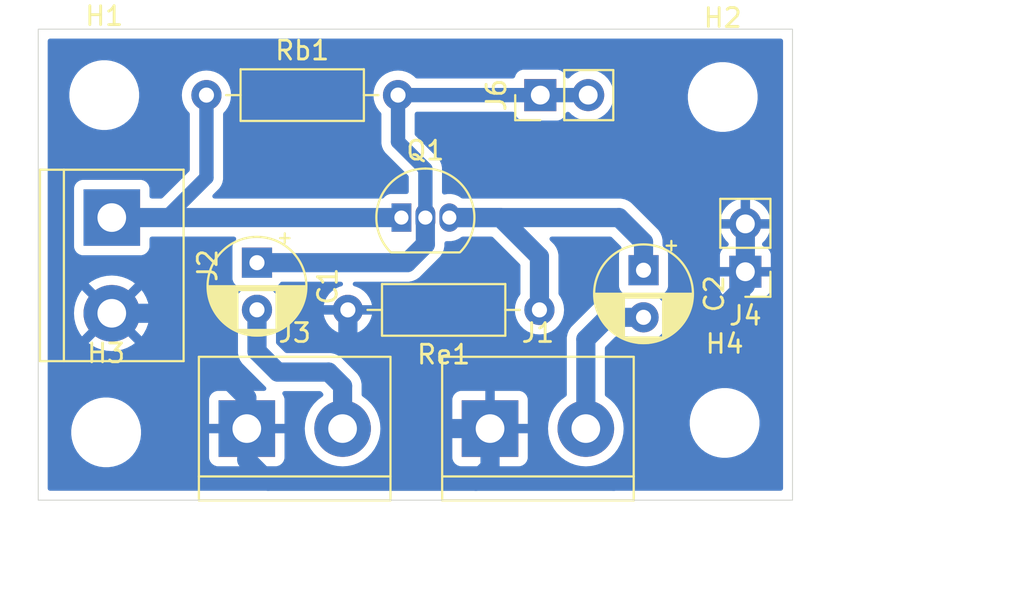
<source format=kicad_pcb>
(kicad_pcb (version 20240108) (generator "pcbnew") (generator_version "8.0")
  (layers (0 "F.Cu" signal) (31 "B.Cu" signal) (34 "B.Paste" user) (35 "F.Paste" user) (36 "B.SilkS" user "B.Silkscreen") (37 "F.SilkS" user "F.Silkscreen") (38 "B.Mask" user) (39 "F.Mask" user) (44 "Edge.Cuts" user))
  (net 0 "")
  (net 1 "Vbase")
  (net 2 "Vs")
  (net 3 "RL")
  (net 4 "Net-(Q1-E)")
  (net 5 "GND")
  (net 6 "VCC")
  (footprint "MountingHole:MountingHole_3.2mm_M3" (layer "F.Cu") (at 23.5 23.5)
    (property "Reference" "H1" (at 0 -4.2 0) (layer "F.SilkS"))
    (property "Value" "MountingHole")
    (pad "" np_thru_hole circle (at 0 0) (size 3.2 3.2) (drill 3.2) (layers "*.Cu" "*.Mask"))
  )
  (footprint "TerminalBlock:TerminalBlock_bornier-2_P5.08mm" (layer "F.Cu") (at 31.06 41.2)
    (property "Reference" "J3" (at 2.54 -5.08 360) (layer "F.SilkS"))
    (property "Value" "Input")
    (fp_line (start -2.54 -3.81) (end -2.54 3.81) (stroke (width 0.12)) (layer "F.SilkS"))
    (fp_line (start -2.54 3.81) (end 7.62 3.81) (stroke (width 0.12)) (layer "F.SilkS"))
    (fp_line (start 7.62 -3.81) (end -2.54 -3.81) (stroke (width 0.12)) (layer "F.SilkS"))
    (fp_line (start 7.62 2.54) (end -2.54 2.54) (stroke (width 0.12)) (layer "F.SilkS"))
    (fp_line (start 7.62 3.81) (end 7.62 -3.81) (stroke (width 0.12)) (layer "F.SilkS"))
    (pad "1" thru_hole rect (at 0 0) (size 3 3) (drill 1.52) (layers "*.Cu" "*.Mask") (net 5 "GND"))
    (pad "2" thru_hole circle (at 5.08 0) (size 3 3) (drill 1.52) (layers "*.Cu" "*.Mask") (net 2 "Vs"))
  )
  (footprint "TerminalBlock:TerminalBlock_bornier-2_P5.08mm" (layer "F.Cu") (at 23.9 30 -90)
    (property "Reference" "J2" (at 2.54 -5.08 90) (layer "F.SilkS"))
    (property "Value" "Input")
    (fp_line (start -2.54 3.81) (end 7.62 3.81) (stroke (width 0.12)) (layer "F.SilkS"))
    (fp_line (start 7.62 3.81) (end 7.62 -3.81) (stroke (width 0.12)) (layer "F.SilkS"))
    (fp_line (start 7.62 2.54) (end -2.54 2.54) (stroke (width 0.12)) (layer "F.SilkS"))
    (fp_line (start -2.54 -3.81) (end -2.54 3.81) (stroke (width 0.12)) (layer "F.SilkS"))
    (fp_line (start 7.62 -3.81) (end -2.54 -3.81) (stroke (width 0.12)) (layer "F.SilkS"))
    (pad "1" thru_hole rect (at 0 0 270) (size 3 3) (drill 1.52) (layers "*.Cu" "*.Mask") (net 6 "VCC"))
    (pad "2" thru_hole circle (at 5.08 0 270) (size 3 3) (drill 1.52) (layers "*.Cu" "*.Mask") (net 5 "GND"))
  )
  (footprint "TerminalBlock:TerminalBlock_bornier-2_P5.08mm" (layer "F.Cu") (at 43.96 41.2)
    (property "Reference" "J1" (at 2.54 -5.08 360) (layer "F.SilkS"))
    (property "Value" "Output - RL")
    (fp_line (start -2.54 -3.81) (end -2.54 3.81) (stroke (width 0.12)) (layer "F.SilkS"))
    (fp_line (start -2.54 3.81) (end 7.62 3.81) (stroke (width 0.12)) (layer "F.SilkS"))
    (fp_line (start 7.62 -3.81) (end -2.54 -3.81) (stroke (width 0.12)) (layer "F.SilkS"))
    (fp_line (start 7.62 2.54) (end -2.54 2.54) (stroke (width 0.12)) (layer "F.SilkS"))
    (fp_line (start 7.62 3.81) (end 7.62 -3.81) (stroke (width 0.12)) (layer "F.SilkS"))
    (pad "1" thru_hole rect (at 0 0) (size 3 3) (drill 1.52) (layers "*.Cu" "*.Mask") (net 5 "GND"))
    (pad "2" thru_hole circle (at 5.08 0) (size 3 3) (drill 1.52) (layers "*.Cu" "*.Mask") (net 3 "RL"))
  )
  (footprint "Capacitor_THT:CP_Radial_D5.0mm_P2.50mm" (layer "F.Cu") (at 52.1 32.794888 -90)
    (property "Reference" "C2" (at 1.25 -3.75 90) (layer "F.SilkS"))
    (property "Value" "1uF")
    (fp_line (start 1.49 1.04) (end 1.49 2.569) (stroke (width 0.12)) (layer "F.SilkS"))
    (fp_line (start 1.53 1.04) (end 1.53 2.565) (stroke (width 0.12)) (layer "F.SilkS"))
    (fp_line (start 1.57 1.04) (end 1.57 2.561) (stroke (width 0.12)) (layer "F.SilkS"))
    (fp_line (start 1.61 1.04) (end 1.61 2.556) (stroke (width 0.12)) (layer "F.SilkS"))
    (fp_line (start 1.65 1.04) (end 1.65 2.55) (stroke (width 0.12)) (layer "F.SilkS"))
    (fp_line (start 1.69 1.04) (end 1.69 2.543) (stroke (width 0.12)) (layer "F.SilkS"))
    (fp_line (start 1.73 1.04) (end 1.73 2.536) (stroke (width 0.12)) (layer "F.SilkS"))
    (fp_line (start 1.77 1.04) (end 1.77 2.528) (stroke (width 0.12)) (layer "F.SilkS"))
    (fp_line (start 1.81 1.04) (end 1.81 2.52) (stroke (width 0.12)) (layer "F.SilkS"))
    (fp_line (start 1.85 1.04) (end 1.85 2.511) (stroke (width 0.12)) (layer "F.SilkS"))
    (fp_line (start 1.89 1.04) (end 1.89 2.501) (stroke (width 0.12)) (layer "F.SilkS"))
    (fp_line (start 1.93 1.04) (end 1.93 2.491) (stroke (width 0.12)) (layer "F.SilkS"))
    (fp_line (start 1.971 1.04) (end 1.971 2.48) (stroke (width 0.12)) (layer "F.SilkS"))
    (fp_line (start 2.011 1.04) (end 2.011 2.468) (stroke (width 0.12)) (layer "F.SilkS"))
    (fp_line (start 2.051 1.04) (end 2.051 2.455) (stroke (width 0.12)) (layer "F.SilkS"))
    (fp_line (start 2.091 1.04) (end 2.091 2.442) (stroke (width 0.12)) (layer "F.SilkS"))
    (fp_line (start 2.131 1.04) (end 2.131 2.428) (stroke (width 0.12)) (layer "F.SilkS"))
    (fp_line (start 2.171 1.04) (end 2.171 2.414) (stroke (width 0.12)) (layer "F.SilkS"))
    (fp_line (start 2.211 1.04) (end 2.211 2.398) (stroke (width 0.12)) (layer "F.SilkS"))
    (fp_line (start 2.251 1.04) (end 2.251 2.382) (stroke (width 0.12)) (layer "F.SilkS"))
    (fp_line (start 2.291 1.04) (end 2.291 2.365) (stroke (width 0.12)) (layer "F.SilkS"))
    (fp_line (start 2.331 1.04) (end 2.331 2.348) (stroke (width 0.12)) (layer "F.SilkS"))
    (fp_line (start 2.371 1.04) (end 2.371 2.329) (stroke (width 0.12)) (layer "F.SilkS"))
    (fp_line (start 2.411 1.04) (end 2.411 2.31) (stroke (width 0.12)) (layer "F.SilkS"))
    (fp_line (start 2.451 1.04) (end 2.451 2.29) (stroke (width 0.12)) (layer "F.SilkS"))
    (fp_line (start 2.491 1.04) (end 2.491 2.268) (stroke (width 0.12)) (layer "F.SilkS"))
    (fp_line (start 2.531 1.04) (end 2.531 2.247) (stroke (width 0.12)) (layer "F.SilkS"))
    (fp_line (start 2.571 1.04) (end 2.571 2.224) (stroke (width 0.12)) (layer "F.SilkS"))
    (fp_line (start 2.611 1.04) (end 2.611 2.2) (stroke (width 0.12)) (layer "F.SilkS"))
    (fp_line (start 2.651 1.04) (end 2.651 2.175) (stroke (width 0.12)) (layer "F.SilkS"))
    (fp_line (start 2.691 1.04) (end 2.691 2.149) (stroke (width 0.12)) (layer "F.SilkS"))
    (fp_line (start 2.731 1.04) (end 2.731 2.122) (stroke (width 0.12)) (layer "F.SilkS"))
    (fp_line (start 2.771 1.04) (end 2.771 2.095) (stroke (width 0.12)) (layer "F.SilkS"))
    (fp_line (start 2.811 1.04) (end 2.811 2.065) (stroke (width 0.12)) (layer "F.SilkS"))
    (fp_line (start 2.851 1.04) (end 2.851 2.035) (stroke (width 0.12)) (layer "F.SilkS"))
    (fp_line (start 2.891 1.04) (end 2.891 2.004) (stroke (width 0.12)) (layer "F.SilkS"))
    (fp_line (start 2.931 1.04) (end 2.931 1.971) (stroke (width 0.12)) (layer "F.SilkS"))
    (fp_line (start 2.971 1.04) (end 2.971 1.937) (stroke (width 0.12)) (layer "F.SilkS"))
    (fp_line (start 3.011 1.04) (end 3.011 1.901) (stroke (width 0.12)) (layer "F.SilkS"))
    (fp_line (start 3.051 1.04) (end 3.051 1.864) (stroke (width 0.12)) (layer "F.SilkS"))
    (fp_line (start 3.091 1.04) (end 3.091 1.826) (stroke (width 0.12)) (layer "F.SilkS"))
    (fp_line (start 3.131 1.04) (end 3.131 1.785) (stroke (width 0.12)) (layer "F.SilkS"))
    (fp_line (start 3.171 1.04) (end 3.171 1.743) (stroke (width 0.12)) (layer "F.SilkS"))
    (fp_line (start 3.211 1.04) (end 3.211 1.699) (stroke (width 0.12)) (layer "F.SilkS"))
    (fp_line (start 3.251 1.04) (end 3.251 1.653) (stroke (width 0.12)) (layer "F.SilkS"))
    (fp_line (start 3.291 1.04) (end 3.291 1.605) (stroke (width 0.12)) (layer "F.SilkS"))
    (fp_line (start 3.331 1.04) (end 3.331 1.554) (stroke (width 0.12)) (layer "F.SilkS"))
    (fp_line (start 3.371 1.04) (end 3.371 1.5) (stroke (width 0.12)) (layer "F.SilkS"))
    (fp_line (start 3.411 1.04) (end 3.411 1.443) (stroke (width 0.12)) (layer "F.SilkS"))
    (fp_line (start 3.451 1.04) (end 3.451 1.383) (stroke (width 0.12)) (layer "F.SilkS"))
    (fp_line (start 3.491 1.04) (end 3.491 1.319) (stroke (width 0.12)) (layer "F.SilkS"))
    (fp_line (start 3.531 1.04) (end 3.531 1.251) (stroke (width 0.12)) (layer "F.SilkS"))
    (fp_line (start 3.851 -0.284) (end 3.851 0.284) (stroke (width 0.12)) (layer "F.SilkS"))
    (fp_line (start 3.811 -0.518) (end 3.811 0.518) (stroke (width 0.12)) (layer "F.SilkS"))
    (fp_line (start 3.771 -0.677) (end 3.771 0.677) (stroke (width 0.12)) (layer "F.SilkS"))
    (fp_line (start 3.731 -0.805) (end 3.731 0.805) (stroke (width 0.12)) (layer "F.SilkS"))
    (fp_line (start 3.691 -0.915) (end 3.691 0.915) (stroke (width 0.12)) (layer "F.SilkS"))
    (fp_line (start 3.651 -1.011) (end 3.651 1.011) (stroke (width 0.12)) (layer "F.SilkS"))
    (fp_line (start 3.611 -1.098) (end 3.611 1.098) (stroke (width 0.12)) (layer "F.SilkS"))
    (fp_line (start 3.571 -1.178) (end 3.571 1.178) (stroke (width 0.12)) (layer "F.SilkS"))
    (fp_line (start 3.531 -1.251) (end 3.531 -1.04) (stroke (width 0.12)) (layer "F.SilkS"))
    (fp_line (start 3.491 -1.319) (end 3.491 -1.04) (stroke (width 0.12)) (layer "F.SilkS"))
    (fp_line (start 3.451 -1.383) (end 3.451 -1.04) (stroke (width 0.12)) (layer "F.SilkS"))
    (fp_line (start 3.411 -1.443) (end 3.411 -1.04) (stroke (width 0.12)) (layer "F.SilkS"))
    (fp_line (start -1.554775 -1.475) (end -1.054775 -1.475) (stroke (width 0.12)) (layer "F.SilkS"))
    (fp_line (start 3.371 -1.5) (end 3.371 -1.04) (stroke (width 0.12)) (layer "F.SilkS"))
    (fp_line (start 3.331 -1.554) (end 3.331 -1.04) (stroke (width 0.12)) (layer "F.SilkS"))
    (fp_line (start 3.291 -1.605) (end 3.291 -1.04) (stroke (width 0.12)) (layer "F.SilkS"))
    (fp_line (start 3.251 -1.653) (end 3.251 -1.04) (stroke (width 0.12)) (layer "F.SilkS"))
    (fp_line (start 3.211 -1.699) (end 3.211 -1.04) (stroke (width 0.12)) (layer "F.SilkS"))
    (fp_line (start -1.304775 -1.725) (end -1.304775 -1.225) (stroke (width 0.12)) (layer "F.SilkS"))
    (fp_line (start 3.171 -1.743) (end 3.171 -1.04) (stroke (width 0.12)) (layer "F.SilkS"))
    (fp_line (start 3.131 -1.785) (end 3.131 -1.04) (stroke (width 0.12)) (layer "F.SilkS"))
    (fp_line (start 3.091 -1.826) (end 3.091 -1.04) (stroke (width 0.12)) (layer "F.SilkS"))
    (fp_line (start 3.051 -1.864) (end 3.051 -1.04) (stroke (width 0.12)) (layer "F.SilkS"))
    (fp_line (start 3.011 -1.901) (end 3.011 -1.04) (stroke (width 0.12)) (layer "F.SilkS"))
    (fp_line (start 2.971 -1.937) (end 2.971 -1.04) (stroke (width 0.12)) (layer "F.SilkS"))
    (fp_line (start 2.931 -1.971) (end 2.931 -1.04) (stroke (width 0.12)) (layer "F.SilkS"))
    (fp_line (start 2.891 -2.004) (end 2.891 -1.04) (stroke (width 0.12)) (layer "F.SilkS"))
    (fp_line (start 2.851 -2.035) (end 2.851 -1.04) (stroke (width 0.12)) (layer "F.SilkS"))
    (fp_line (start 2.811 -2.065) (end 2.811 -1.04) (stroke (width 0.12)) (layer "F.SilkS"))
    (fp_line (start 2.771 -2.095) (end 2.771 -1.04) (stroke (width 0.12)) (layer "F.SilkS"))
    (fp_line (start 2.731 -2.122) (end 2.731 -1.04) (stroke (width 0.12)) (layer "F.SilkS"))
    (fp_line (start 2.691 -2.149) (end 2.691 -1.04) (stroke (width 0.12)) (layer "F.SilkS"))
    (fp_line (start 2.651 -2.175) (end 2.651 -1.04) (stroke (width 0.12)) (layer "F.SilkS"))
    (fp_line (start 2.611 -2.2) (end 2.611 -1.04) (stroke (width 0.12)) (layer "F.SilkS"))
    (fp_line (start 2.571 -2.224) (end 2.571 -1.04) (stroke (width 0.12)) (layer "F.SilkS"))
    (fp_line (start 2.531 -2.247) (end 2.531 -1.04) (stroke (width 0.12)) (layer "F.SilkS"))
    (fp_line (start 2.491 -2.268) (end 2.491 -1.04) (stroke (width 0.12)) (layer "F.SilkS"))
    (fp_line (start 2.451 -2.29) (end 2.451 -1.04) (stroke (width 0.12)) (layer "F.SilkS"))
    (fp_line (start 2.411 -2.31) (end 2.411 -1.04) (stroke (width 0.12)) (layer "F.SilkS"))
    (fp_line (start 2.371 -2.329) (end 2.371 -1.04) (stroke (width 0.12)) (layer "F.SilkS"))
    (fp_line (start 2.331 -2.348) (end 2.331 -1.04) (stroke (width 0.12)) (layer "F.SilkS"))
    (fp_line (start 2.291 -2.365) (end 2.291 -1.04) (stroke (width 0.12)) (layer "F.SilkS"))
    (fp_line (start 2.251 -2.382) (end 2.251 -1.04) (stroke (width 0.12)) (layer "F.SilkS"))
    (fp_line (start 2.211 -2.398) (end 2.211 -1.04) (stroke (width 0.12)) (layer "F.SilkS"))
    (fp_line (start 2.171 -2.414) (end 2.171 -1.04) (stroke (width 0.12)) (layer "F.SilkS"))
    (fp_line (start 2.131 -2.428) (end 2.131 -1.04) (stroke (width 0.12)) (layer "F.SilkS"))
    (fp_line (start 2.091 -2.442) (end 2.091 -1.04) (stroke (width 0.12)) (layer "F.SilkS"))
    (fp_line (start 2.051 -2.455) (end 2.051 -1.04) (stroke (width 0.12)) (layer "F.SilkS"))
    (fp_line (start 2.011 -2.468) (end 2.011 -1.04) (stroke (width 0.12)) (layer "F.SilkS"))
    (fp_line (start 1.971 -2.48) (end 1.971 -1.04) (stroke (width 0.12)) (layer "F.SilkS"))
    (fp_line (start 1.93 -2.491) (end 1.93 -1.04) (stroke (width 0.12)) (layer "F.SilkS"))
    (fp_line (start 1.89 -2.501) (end 1.89 -1.04) (stroke (width 0.12)) (layer "F.SilkS"))
    (fp_line (start 1.85 -2.511) (end 1.85 -1.04) (stroke (width 0.12)) (layer "F.SilkS"))
    (fp_line (start 1.81 -2.52) (end 1.81 -1.04) (stroke (width 0.12)) (layer "F.SilkS"))
    (fp_line (start 1.77 -2.528) (end 1.77 -1.04) (stroke (width 0.12)) (layer "F.SilkS"))
    (fp_line (start 1.73 -2.536) (end 1.73 -1.04) (stroke (width 0.12)) (layer "F.SilkS"))
    (fp_line (start 1.69 -2.543) (end 1.69 -1.04) (stroke (width 0.12)) (layer "F.SilkS"))
    (fp_line (start 1.65 -2.55) (end 1.65 -1.04) (stroke (width 0.12)) (layer "F.SilkS"))
    (fp_line (start 1.61 -2.556) (end 1.61 -1.04) (stroke (width 0.12)) (layer "F.SilkS"))
    (fp_line (start 1.57 -2.561) (end 1.57 -1.04) (stroke (width 0.12)) (layer "F.SilkS"))
    (fp_line (start 1.53 -2.565) (end 1.53 -1.04) (stroke (width 0.12)) (layer "F.SilkS"))
    (fp_line (start 1.49 -2.569) (end 1.49 -1.04) (stroke (width 0.12)) (layer "F.SilkS"))
    (fp_line (start 1.45 -2.573) (end 1.45 2.573) (stroke (width 0.12)) (layer "F.SilkS"))
    (fp_line (start 1.41 -2.576) (end 1.41 2.576) (stroke (width 0.12)) (layer "F.SilkS"))
    (fp_line (start 1.37 -2.578) (end 1.37 2.578) (stroke (width 0.12)) (layer "F.SilkS"))
    (fp_line (start 1.33 -2.579) (end 1.33 2.579) (stroke (width 0.12)) (layer "F.SilkS"))
    (fp_line (start 1.25 -2.58) (end 1.25 2.58) (stroke (width 0.12)) (layer "F.SilkS"))
    (fp_line (start 1.29 -2.58) (end 1.29 2.58) (stroke (width 0.12)) (layer "F.SilkS"))
    (fp_circle (center 1.25 0) (end 3.87 0) (stroke (width 0.12)) (fill none) (layer "F.SilkS"))
    (pad "1" thru_hole rect (at 0 0 270) (size 1.6 1.6) (drill 0.8) (layers "*.Cu" "*.Mask") (net 4 "Net-(Q1-E)"))
    (pad "2" thru_hole circle (at 2.5 0 270) (size 1.6 1.6) (drill 0.8) (layers "*.Cu" "*.Mask") (net 3 "RL"))
  )
  (footprint "Connector_PinHeader_2.54mm:PinHeader_1x02_P2.54mm_Vertical" (layer "F.Cu") (at 46.625 23.5 90)
    (property "Reference" "J6" (at 0 -2.33 270) (layer "F.SilkS"))
    (property "Value" "Vbase")
    (fp_line (start -1.33 -1.33) (end 0 -1.33) (stroke (width 0.12)) (layer "F.SilkS"))
    (fp_line (start -1.33 0) (end -1.33 -1.33) (stroke (width 0.12)) (layer "F.SilkS"))
    (fp_line (start 1.33 1.27) (end 1.33 3.87) (stroke (width 0.12)) (layer "F.SilkS"))
    (fp_line (start -1.33 1.27) (end 1.33 1.27) (stroke (width 0.12)) (layer "F.SilkS"))
    (fp_line (start -1.33 1.27) (end -1.33 3.87) (stroke (width 0.12)) (layer "F.SilkS"))
    (fp_line (start -1.33 3.87) (end 1.33 3.87) (stroke (width 0.12)) (layer "F.SilkS"))
    (pad "1" thru_hole rect (at 0 0 90) (size 1.7 1.7) (drill 1) (layers "*.Cu" "*.Mask") (net 1 "Vbase"))
    (pad "2" thru_hole oval (at 0 2.54 90) (size 1.7 1.7) (drill 1) (layers "*.Cu" "*.Mask") (net 1 "Vbase"))
  )
  (footprint "Connector_PinHeader_2.54mm:PinHeader_1x02_P2.54mm_Vertical" (layer "F.Cu") (at 57.5 32.875 180)
    (property "Reference" "J4" (at 0 -2.33 180) (layer "F.SilkS"))
    (property "Value" "GND")
    (fp_line (start 1.33 1.27) (end 1.33 3.87) (stroke (width 0.12)) (layer "F.SilkS"))
    (fp_line (start -1.33 3.87) (end 1.33 3.87) (stroke (width 0.12)) (layer "F.SilkS"))
    (fp_line (start -1.33 1.27) (end 1.33 1.27) (stroke (width 0.12)) (layer "F.SilkS"))
    (fp_line (start -1.33 1.27) (end -1.33 3.87) (stroke (width 0.12)) (layer "F.SilkS"))
    (fp_line (start -1.33 0) (end -1.33 -1.33) (stroke (width 0.12)) (layer "F.SilkS"))
    (fp_line (start -1.33 -1.33) (end 0 -1.33) (stroke (width 0.12)) (layer "F.SilkS"))
    (pad "1" thru_hole rect (at 0 0 180) (size 1.7 1.7) (drill 1) (layers "*.Cu" "*.Mask") (net 5 "GND"))
    (pad "2" thru_hole oval (at 0 2.54 180) (size 1.7 1.7) (drill 1) (layers "*.Cu" "*.Mask") (net 5 "GND"))
  )
  (footprint "Resistor_THT:R_Axial_DIN0207_L6.3mm_D2.5mm_P10.16mm_Horizontal" (layer "F.Cu") (at 46.58 34.9 180)
    (property "Reference" "Re1" (at 5.08 -2.37 180) (layer "F.SilkS"))
    (property "Value" "4k7")
    (fp_line (start 9.12 0) (end 8.35 0) (stroke (width 0.12)) (layer "F.SilkS"))
    (fp_line (start 8.35 1.37) (end 8.35 -1.37) (stroke (width 0.12)) (layer "F.SilkS"))
    (fp_line (start 8.35 -1.37) (end 1.81 -1.37) (stroke (width 0.12)) (layer "F.SilkS"))
    (fp_line (start 1.81 1.37) (end 8.35 1.37) (stroke (width 0.12)) (layer "F.SilkS"))
    (fp_line (start 1.81 -1.37) (end 1.81 1.37) (stroke (width 0.12)) (layer "F.SilkS"))
    (fp_line (start 1.04 0) (end 1.81 0) (stroke (width 0.12)) (layer "F.SilkS"))
    (pad "1" thru_hole circle (at 0 0 180) (size 1.6 1.6) (drill 0.8) (layers "*.Cu" "*.Mask") (net 4 "Net-(Q1-E)"))
    (pad "2" thru_hole oval (at 10.16 0 180) (size 1.6 1.6) (drill 0.8) (layers "*.Cu" "*.Mask") (net 5 "GND"))
  )
  (footprint "MountingHole:MountingHole_3.2mm_M3" (layer "F.Cu") (at 56.3 23.6)
    (property "Reference" "H2" (at 0 -4.2 0) (layer "F.SilkS"))
    (property "Value" "MountingHole")
    (pad "" np_thru_hole circle (at 0 0) (size 3.2 3.2) (drill 3.2) (layers "*.Cu" "*.Mask"))
  )
  (footprint "MountingHole:MountingHole_3.2mm_M3" (layer "F.Cu") (at 23.6 41.4)
    (property "Reference" "H3" (at 0 -4.2 0) (layer "F.SilkS"))
    (property "Value" "MountingHole")
    (pad "" np_thru_hole circle (at 0 0) (size 3.2 3.2) (drill 3.2) (layers "*.Cu" "*.Mask"))
  )
  (footprint "Capacitor_THT:CP_Radial_D5.0mm_P2.50mm" (layer "F.Cu") (at 31.6 32.394888 -90)
    (property "Reference" "C1" (at 1.25 -3.75 90) (layer "F.SilkS"))
    (property "Value" "1uF")
    (fp_line (start 1.49 1.04) (end 1.49 2.569) (stroke (width 0.12)) (layer "F.SilkS"))
    (fp_line (start 1.53 1.04) (end 1.53 2.565) (stroke (width 0.12)) (layer "F.SilkS"))
    (fp_line (start 1.57 1.04) (end 1.57 2.561) (stroke (width 0.12)) (layer "F.SilkS"))
    (fp_line (start 1.61 1.04) (end 1.61 2.556) (stroke (width 0.12)) (layer "F.SilkS"))
    (fp_line (start 1.65 1.04) (end 1.65 2.55) (stroke (width 0.12)) (layer "F.SilkS"))
    (fp_line (start 1.69 1.04) (end 1.69 2.543) (stroke (width 0.12)) (layer "F.SilkS"))
    (fp_line (start 1.73 1.04) (end 1.73 2.536) (stroke (width 0.12)) (layer "F.SilkS"))
    (fp_line (start 1.77 1.04) (end 1.77 2.528) (stroke (width 0.12)) (layer "F.SilkS"))
    (fp_line (start 1.81 1.04) (end 1.81 2.52) (stroke (width 0.12)) (layer "F.SilkS"))
    (fp_line (start 1.85 1.04) (end 1.85 2.511) (stroke (width 0.12)) (layer "F.SilkS"))
    (fp_line (start 1.89 1.04) (end 1.89 2.501) (stroke (width 0.12)) (layer "F.SilkS"))
    (fp_line (start 1.93 1.04) (end 1.93 2.491) (stroke (width 0.12)) (layer "F.SilkS"))
    (fp_line (start 1.971 1.04) (end 1.971 2.48) (stroke (width 0.12)) (layer "F.SilkS"))
    (fp_line (start 2.011 1.04) (end 2.011 2.468) (stroke (width 0.12)) (layer "F.SilkS"))
    (fp_line (start 2.051 1.04) (end 2.051 2.455) (stroke (width 0.12)) (layer "F.SilkS"))
    (fp_line (start 2.091 1.04) (end 2.091 2.442) (stroke (width 0.12)) (layer "F.SilkS"))
    (fp_line (start 2.131 1.04) (end 2.131 2.428) (stroke (width 0.12)) (layer "F.SilkS"))
    (fp_line (start 2.171 1.04) (end 2.171 2.414) (stroke (width 0.12)) (layer "F.SilkS"))
    (fp_line (start 2.211 1.04) (end 2.211 2.398) (stroke (width 0.12)) (layer "F.SilkS"))
    (fp_line (start 2.251 1.04) (end 2.251 2.382) (stroke (width 0.12)) (layer "F.SilkS"))
    (fp_line (start 2.291 1.04) (end 2.291 2.365) (stroke (width 0.12)) (layer "F.SilkS"))
    (fp_line (start 2.331 1.04) (end 2.331 2.348) (stroke (width 0.12)) (layer "F.SilkS"))
    (fp_line (start 2.371 1.04) (end 2.371 2.329) (stroke (width 0.12)) (layer "F.SilkS"))
    (fp_line (start 2.411 1.04) (end 2.411 2.31) (stroke (width 0.12)) (layer "F.SilkS"))
    (fp_line (start 2.451 1.04) (end 2.451 2.29) (stroke (width 0.12)) (layer "F.SilkS"))
    (fp_line (start 2.491 1.04) (end 2.491 2.268) (stroke (width 0.12)) (layer "F.SilkS"))
    (fp_line (start 2.531 1.04) (end 2.531 2.247) (stroke (width 0.12)) (layer "F.SilkS"))
    (fp_line (start 2.571 1.04) (end 2.571 2.224) (stroke (width 0.12)) (layer "F.SilkS"))
    (fp_line (start 2.611 1.04) (end 2.611 2.2) (stroke (width 0.12)) (layer "F.SilkS"))
    (fp_line (start 2.651 1.04) (end 2.651 2.175) (stroke (width 0.12)) (layer "F.SilkS"))
    (fp_line (start 2.691 1.04) (end 2.691 2.149) (stroke (width 0.12)) (layer "F.SilkS"))
    (fp_line (start 2.731 1.04) (end 2.731 2.122) (stroke (width 0.12)) (layer "F.SilkS"))
    (fp_line (start 2.771 1.04) (end 2.771 2.095) (stroke (width 0.12)) (layer "F.SilkS"))
    (fp_line (start 2.811 1.04) (end 2.811 2.065) (stroke (width 0.12)) (layer "F.SilkS"))
    (fp_line (start 2.851 1.04) (end 2.851 2.035) (stroke (width 0.12)) (layer "F.SilkS"))
    (fp_line (start 2.891 1.04) (end 2.891 2.004) (stroke (width 0.12)) (layer "F.SilkS"))
    (fp_line (start 2.931 1.04) (end 2.931 1.971) (stroke (width 0.12)) (layer "F.SilkS"))
    (fp_line (start 2.971 1.04) (end 2.971 1.937) (stroke (width 0.12)) (layer "F.SilkS"))
    (fp_line (start 3.011 1.04) (end 3.011 1.901) (stroke (width 0.12)) (layer "F.SilkS"))
    (fp_line (start 3.051 1.04) (end 3.051 1.864) (stroke (width 0.12)) (layer "F.SilkS"))
    (fp_line (start 3.091 1.04) (end 3.091 1.826) (stroke (width 0.12)) (layer "F.SilkS"))
    (fp_line (start 3.131 1.04) (end 3.131 1.785) (stroke (width 0.12)) (layer "F.SilkS"))
    (fp_line (start 3.171 1.04) (end 3.171 1.743) (stroke (width 0.12)) (layer "F.SilkS"))
    (fp_line (start 3.211 1.04) (end 3.211 1.699) (stroke (width 0.12)) (layer "F.SilkS"))
    (fp_line (start 3.251 1.04) (end 3.251 1.653) (stroke (width 0.12)) (layer "F.SilkS"))
    (fp_line (start 3.291 1.04) (end 3.291 1.605) (stroke (width 0.12)) (layer "F.SilkS"))
    (fp_line (start 3.331 1.04) (end 3.331 1.554) (stroke (width 0.12)) (layer "F.SilkS"))
    (fp_line (start 3.371 1.04) (end 3.371 1.5) (stroke (width 0.12)) (layer "F.SilkS"))
    (fp_line (start 3.411 1.04) (end 3.411 1.443) (stroke (width 0.12)) (layer "F.SilkS"))
    (fp_line (start 3.451 1.04) (end 3.451 1.383) (stroke (width 0.12)) (layer "F.SilkS"))
    (fp_line (start 3.491 1.04) (end 3.491 1.319) (stroke (width 0.12)) (layer "F.SilkS"))
    (fp_line (start 3.531 1.04) (end 3.531 1.251) (stroke (width 0.12)) (layer "F.SilkS"))
    (fp_line (start 3.851 -0.284) (end 3.851 0.284) (stroke (width 0.12)) (layer "F.SilkS"))
    (fp_line (start 3.811 -0.518) (end 3.811 0.518) (stroke (width 0.12)) (layer "F.SilkS"))
    (fp_line (start 3.771 -0.677) (end 3.771 0.677) (stroke (width 0.12)) (layer "F.SilkS"))
    (fp_line (start 3.731 -0.805) (end 3.731 0.805) (stroke (width 0.12)) (layer "F.SilkS"))
    (fp_line (start 3.691 -0.915) (end 3.691 0.915) (stroke (width 0.12)) (layer "F.SilkS"))
    (fp_line (start 3.651 -1.011) (end 3.651 1.011) (stroke (width 0.12)) (layer "F.SilkS"))
    (fp_line (start 3.611 -1.098) (end 3.611 1.098) (stroke (width 0.12)) (layer "F.SilkS"))
    (fp_line (start 3.571 -1.178) (end 3.571 1.178) (stroke (width 0.12)) (layer "F.SilkS"))
    (fp_line (start 3.531 -1.251) (end 3.531 -1.04) (stroke (width 0.12)) (layer "F.SilkS"))
    (fp_line (start 3.491 -1.319) (end 3.491 -1.04) (stroke (width 0.12)) (layer "F.SilkS"))
    (fp_line (start 3.451 -1.383) (end 3.451 -1.04) (stroke (width 0.12)) (layer "F.SilkS"))
    (fp_line (start 3.411 -1.443) (end 3.411 -1.04) (stroke (width 0.12)) (layer "F.SilkS"))
    (fp_line (start -1.554775 -1.475) (end -1.054775 -1.475) (stroke (width 0.12)) (layer "F.SilkS"))
    (fp_line (start 3.371 -1.5) (end 3.371 -1.04) (stroke (width 0.12)) (layer "F.SilkS"))
    (fp_line (start 3.331 -1.554) (end 3.331 -1.04) (stroke (width 0.12)) (layer "F.SilkS"))
    (fp_line (start 3.291 -1.605) (end 3.291 -1.04) (stroke (width 0.12)) (layer "F.SilkS"))
    (fp_line (start 3.251 -1.653) (end 3.251 -1.04) (stroke (width 0.12)) (layer "F.SilkS"))
    (fp_line (start 3.211 -1.699) (end 3.211 -1.04) (stroke (width 0.12)) (layer "F.SilkS"))
    (fp_line (start -1.304775 -1.725) (end -1.304775 -1.225) (stroke (width 0.12)) (layer "F.SilkS"))
    (fp_line (start 3.171 -1.743) (end 3.171 -1.04) (stroke (width 0.12)) (layer "F.SilkS"))
    (fp_line (start 3.131 -1.785) (end 3.131 -1.04) (stroke (width 0.12)) (layer "F.SilkS"))
    (fp_line (start 3.091 -1.826) (end 3.091 -1.04) (stroke (width 0.12)) (layer "F.SilkS"))
    (fp_line (start 3.051 -1.864) (end 3.051 -1.04) (stroke (width 0.12)) (layer "F.SilkS"))
    (fp_line (start 3.011 -1.901) (end 3.011 -1.04) (stroke (width 0.12)) (layer "F.SilkS"))
    (fp_line (start 2.971 -1.937) (end 2.971 -1.04) (stroke (width 0.12)) (layer "F.SilkS"))
    (fp_line (start 2.931 -1.971) (end 2.931 -1.04) (stroke (width 0.12)) (layer "F.SilkS"))
    (fp_line (start 2.891 -2.004) (end 2.891 -1.04) (stroke (width 0.12)) (layer "F.SilkS"))
    (fp_line (start 2.851 -2.035) (end 2.851 -1.04) (stroke (width 0.12)) (layer "F.SilkS"))
    (fp_line (start 2.811 -2.065) (end 2.811 -1.04) (stroke (width 0.12)) (layer "F.SilkS"))
    (fp_line (start 2.771 -2.095) (end 2.771 -1.04) (stroke (width 0.12)) (layer "F.SilkS"))
    (fp_line (start 2.731 -2.122) (end 2.731 -1.04) (stroke (width 0.12)) (layer "F.SilkS"))
    (fp_line (start 2.691 -2.149) (end 2.691 -1.04) (stroke (width 0.12)) (layer "F.SilkS"))
    (fp_line (start 2.651 -2.175) (end 2.651 -1.04) (stroke (width 0.12)) (layer "F.SilkS"))
    (fp_line (start 2.611 -2.2) (end 2.611 -1.04) (stroke (width 0.12)) (layer "F.SilkS"))
    (fp_line (start 2.571 -2.224) (end 2.571 -1.04) (stroke (width 0.12)) (layer "F.SilkS"))
    (fp_line (start 2.531 -2.247) (end 2.531 -1.04) (stroke (width 0.12)) (layer "F.SilkS"))
    (fp_line (start 2.491 -2.268) (end 2.491 -1.04) (stroke (width 0.12)) (layer "F.SilkS"))
    (fp_line (start 2.451 -2.29) (end 2.451 -1.04) (stroke (width 0.12)) (layer "F.SilkS"))
    (fp_line (start 2.411 -2.31) (end 2.411 -1.04) (stroke (width 0.12)) (layer "F.SilkS"))
    (fp_line (start 2.371 -2.329) (end 2.371 -1.04) (stroke (width 0.12)) (layer "F.SilkS"))
    (fp_line (start 2.331 -2.348) (end 2.331 -1.04) (stroke (width 0.12)) (layer "F.SilkS"))
    (fp_line (start 2.291 -2.365) (end 2.291 -1.04) (stroke (width 0.12)) (layer "F.SilkS"))
    (fp_line (start 2.251 -2.382) (end 2.251 -1.04) (stroke (width 0.12)) (layer "F.SilkS"))
    (fp_line (start 2.211 -2.398) (end 2.211 -1.04) (stroke (width 0.12)) (layer "F.SilkS"))
    (fp_line (start 2.171 -2.414) (end 2.171 -1.04) (stroke (width 0.12)) (layer "F.SilkS"))
    (fp_line (start 2.131 -2.428) (end 2.131 -1.04) (stroke (width 0.12)) (layer "F.SilkS"))
    (fp_line (start 2.091 -2.442) (end 2.091 -1.04) (stroke (width 0.12)) (layer "F.SilkS"))
    (fp_line (start 2.051 -2.455) (end 2.051 -1.04) (stroke (width 0.12)) (layer "F.SilkS"))
    (fp_line (start 2.011 -2.468) (end 2.011 -1.04) (stroke (width 0.12)) (layer "F.SilkS"))
    (fp_line (start 1.971 -2.48) (end 1.971 -1.04) (stroke (width 0.12)) (layer "F.SilkS"))
    (fp_line (start 1.93 -2.491) (end 1.93 -1.04) (stroke (width 0.12)) (layer "F.SilkS"))
    (fp_line (start 1.89 -2.501) (end 1.89 -1.04) (stroke (width 0.12)) (layer "F.SilkS"))
    (fp_line (start 1.85 -2.511) (end 1.85 -1.04) (stroke (width 0.12)) (layer "F.SilkS"))
    (fp_line (start 1.81 -2.52) (end 1.81 -1.04) (stroke (width 0.12)) (layer "F.SilkS"))
    (fp_line (start 1.77 -2.528) (end 1.77 -1.04) (stroke (width 0.12)) (layer "F.SilkS"))
    (fp_line (start 1.73 -2.536) (end 1.73 -1.04) (stroke (width 0.12)) (layer "F.SilkS"))
    (fp_line (start 1.69 -2.543) (end 1.69 -1.04) (stroke (width 0.12)) (layer "F.SilkS"))
    (fp_line (start 1.65 -2.55) (end 1.65 -1.04) (stroke (width 0.12)) (layer "F.SilkS"))
    (fp_line (start 1.61 -2.556) (end 1.61 -1.04) (stroke (width 0.12)) (layer "F.SilkS"))
    (fp_line (start 1.57 -2.561) (end 1.57 -1.04) (stroke (width 0.12)) (layer "F.SilkS"))
    (fp_line (start 1.53 -2.565) (end 1.53 -1.04) (stroke (width 0.12)) (layer "F.SilkS"))
    (fp_line (start 1.49 -2.569) (end 1.49 -1.04) (stroke (width 0.12)) (layer "F.SilkS"))
    (fp_line (start 1.45 -2.573) (end 1.45 2.573) (stroke (width 0.12)) (layer "F.SilkS"))
    (fp_line (start 1.41 -2.576) (end 1.41 2.576) (stroke (width 0.12)) (layer "F.SilkS"))
    (fp_line (start 1.37 -2.578) (end 1.37 2.578) (stroke (width 0.12)) (layer "F.SilkS"))
    (fp_line (start 1.33 -2.579) (end 1.33 2.579) (stroke (width 0.12)) (layer "F.SilkS"))
    (fp_line (start 1.25 -2.58) (end 1.25 2.58) (stroke (width 0.12)) (layer "F.SilkS"))
    (fp_line (start 1.29 -2.58) (end 1.29 2.58) (stroke (width 0.12)) (layer "F.SilkS"))
    (fp_circle (center 1.25 0) (end 3.87 0) (stroke (width 0.12)) (fill none) (layer "F.SilkS"))
    (pad "1" thru_hole rect (at 0 0 270) (size 1.6 1.6) (drill 0.8) (layers "*.Cu" "*.Mask") (net 1 "Vbase"))
    (pad "2" thru_hole circle (at 2.5 0 270) (size 1.6 1.6) (drill 0.8) (layers "*.Cu" "*.Mask") (net 2 "Vs"))
  )
  (footprint "Resistor_THT:R_Axial_DIN0207_L6.3mm_D2.5mm_P10.16mm_Horizontal" (layer "F.Cu") (at 28.92 23.5)
    (property "Reference" "Rb1" (at 5.08 -2.37 360) (layer "F.SilkS"))
    (property "Value" "1Meg")
    (fp_line (start 1.04 0) (end 1.81 0) (stroke (width 0.12)) (layer "F.SilkS"))
    (fp_line (start 1.81 -1.37) (end 1.81 1.37) (stroke (width 0.12)) (layer "F.SilkS"))
    (fp_line (start 1.81 1.37) (end 8.35 1.37) (stroke (width 0.12)) (layer "F.SilkS"))
    (fp_line (start 8.35 -1.37) (end 1.81 -1.37) (stroke (width 0.12)) (layer "F.SilkS"))
    (fp_line (start 8.35 1.37) (end 8.35 -1.37) (stroke (width 0.12)) (layer "F.SilkS"))
    (fp_line (start 9.12 0) (end 8.35 0) (stroke (width 0.12)) (layer "F.SilkS"))
    (pad "1" thru_hole circle (at 0 0) (size 1.6 1.6) (drill 0.8) (layers "*.Cu" "*.Mask") (net 6 "VCC"))
    (pad "2" thru_hole oval (at 10.16 0) (size 1.6 1.6) (drill 0.8) (layers "*.Cu" "*.Mask") (net 1 "Vbase"))
  )
  (footprint "MountingHole:MountingHole_3.2mm_M3" (layer "F.Cu") (at 56.4 40.9)
    (property "Reference" "H4" (at 0 -4.2 0) (layer "F.SilkS"))
    (property "Value" "MountingHole")
    (pad "" np_thru_hole circle (at 0 0) (size 3.2 3.2) (drill 3.2) (layers "*.Cu" "*.Mask"))
  )
  (footprint "Package_TO_SOT_THT:TO-92_Inline" (layer "F.Cu") (at 39.26 30)
    (property "Reference" "Q1" (at 1.27 -3.56 360) (layer "F.SilkS"))
    (property "Value" "BC548")
    (fp_line (start -0.53 1.85) (end 3.07 1.85) (stroke (width 0.12)) (layer "F.SilkS"))
    (fp_arc (start -0.568478 1.838478) (mid -1.132087 -0.994977) (end 1.27 -2.6) (stroke (width 0.12)) (layer "F.SilkS"))
    (fp_arc (start 1.27 -2.6) (mid 3.672087 -0.994977) (end 3.108478 1.838478) (stroke (width 0.12)) (layer "F.SilkS"))
    (pad "1" thru_hole rect (at 0 0) (size 1.05 1.5) (drill 0.75) (layers "*.Cu" "*.Mask") (net 6 "VCC"))
    (pad "2" thru_hole oval (at 1.27 0) (size 1.05 1.5) (drill 0.75) (layers "*.Cu" "*.Mask") (net 1 "Vbase"))
    (pad "3" thru_hole oval (at 2.54 0) (size 1.05 1.5) (drill 0.75) (layers "*.Cu" "*.Mask") (net 4 "Net-(Q1-E)"))
  )
  (gr_rect (start 20 20) (end 60 45) (stroke (width 0.05)) (fill none) (layer "Edge.Cuts"))
  (segment (start 39.556112 32.394888) (end 40.53 31.421) (width 1.016) (layer "B.Cu") (net 1))
  (segment (start 39.08 25.98) (end 40.53 27.43) (width 0.762) (layer "B.Cu") (net 1))
  (segment (start 40.53 31.421) (end 40.53 30) (width 1.016) (layer "B.Cu") (net 1))
  (segment (start 39.08 23.5) (end 46.625 23.5) (width 0.762) (layer "B.Cu") (net 1))
  (segment (start 40.53 27.43) (end 40.53 30) (width 0.762) (layer "B.Cu") (net 1))
  (segment (start 39.08 23.5) (end 39.08 25.98) (width 0.762) (layer "B.Cu") (net 1))
  (segment (start 46.625 23.5) (end 49.165 23.5) (width 0.762) (layer "B.Cu") (net 1))
  (segment (start 31.6 32.394888) (end 39.556112 32.394888) (width 1.016) (layer "B.Cu") (net 1))
  (segment (start 35.4 38.2) (end 32.7 38.2) (width 1.016) (layer "B.Cu") (net 2))
  (segment (start 36.14 38.94) (end 35.4 38.2) (width 1.016) (layer "B.Cu") (net 2))
  (segment (start 32.7 38.2) (end 31.6 37.1) (width 1.016) (layer "B.Cu") (net 2))
  (segment (start 31.6 37.1) (end 31.6 34.894888) (width 1.016) (layer "B.Cu") (net 2))
  (segment (start 36.14 41.2) (end 36.14 38.94) (width 1.016) (layer "B.Cu") (net 2))
  (segment (start 49.04 36.46) (end 50.205112 35.294888) (width 1.016) (layer "B.Cu") (net 3))
  (segment (start 49 41.16) (end 49.04 41.2) (width 1.016) (layer "B.Cu") (net 3))
  (segment (start 50.205112 35.294888) (end 52.1 35.294888) (width 1.016) (layer "B.Cu") (net 3))
  (segment (start 49.04 41.2) (end 49.04 36.46) (width 1.016) (layer "B.Cu") (net 3))
  (segment (start 46.58 32.08) (end 46.58 34.9) (width 1.016) (layer "B.Cu") (net 4))
  (segment (start 52.1 31.3) (end 52.1 32.794888) (width 1.016) (layer "B.Cu") (net 4))
  (segment (start 50.8 30) (end 52.1 31.3) (width 1.016) (layer "B.Cu") (net 4))
  (segment (start 41.8 30) (end 50.8 30) (width 1.016) (layer "B.Cu") (net 4))
  (segment (start 41.8 30) (end 44.5 30) (width 1.016) (layer "B.Cu") (net 4))
  (segment (start 44.5 30) (end 46.58 32.08) (width 1.016) (layer "B.Cu") (net 4))
  (segment (start 36.42 34.9) (end 36.42 36.42) (width 1.016) (layer "B.Cu") (net 5))
  (segment (start 31.06 39.56) (end 31.06 41.2) (width 1.016) (layer "B.Cu") (net 5))
  (segment (start 43.208 43.992) (end 43.96 43.24) (width 1.016) (layer "B.Cu") (net 5))
  (segment (start 31.06 41.2) (end 31.06 42.86) (width 1.016) (layer "B.Cu") (net 5))
  (segment (start 41.2 41.2) (end 43.96 41.2) (width 1.016) (layer "B.Cu") (net 5))
  (segment (start 51.9 42.608) (end 51.9 39.2) (width 1.016) (layer "B.Cu") (net 5))
  (segment (start 50.516 43.992) (end 51.9 42.608) (width 1.016) (layer "B.Cu") (net 5))
  (segment (start 43.208 43.992) (end 50.516 43.992) (width 1.016) (layer "B.Cu") (net 5))
  (segment (start 31.06 42.86) (end 32.192 43.992) (width 1.016) (layer "B.Cu") (net 5))
  (segment (start 43.96 43.24) (end 43.96 41.2) (width 1.016) (layer "B.Cu") (net 5))
  (segment (start 51.9 39.2) (end 57.5 33.6) (width 1.016) (layer "B.Cu") (net 5))
  (segment (start 26.58 35.08) (end 31.06 39.56) (width 1.016) (layer "B.Cu") (net 5))
  (segment (start 23.9 35.08) (end 26.58 35.08) (width 1.016) (layer "B.Cu") (net 5))
  (segment (start 57.5 33.6) (end 57.5 32.875) (width 1.016) (layer "B.Cu") (net 5))
  (segment (start 36.42 36.42) (end 41.2 41.2) (width 1.016) (layer "B.Cu") (net 5))
  (segment (start 32.192 43.992) (end 43.208 43.992) (width 1.016) (layer "B.Cu") (net 5))
  (segment (start 57.5 32.875) (end 57.5 30.335) (width 1.016) (layer "B.Cu") (net 5))
  (segment (start 28.92 23.5) (end 28.92 27.88) (width 0.762) (layer "B.Cu") (net 6))
  (segment (start 23.9 30) (end 39.26 30) (width 1.016) (layer "B.Cu") (net 6))
  (segment (start 28.92 27.88) (end 26.8 30) (width 0.762) (layer "B.Cu") (net 6))
  (segment (start 26.8 30) (end 23.9 30) (width 0.762) (layer "B.Cu") (net 6))
  (zone (net 5) (net_name "GND") (layer "B.Cu") (connect_pads (clearance 0.5)) (min_thickness 0.25) (fill yes (thermal_gap 0.5) (thermal_bridge_width 0.5))
    (polygon (pts (xy 20 20) (xy 60 20) (xy 60 45) (xy 20 45)))
  )
)
</source>
